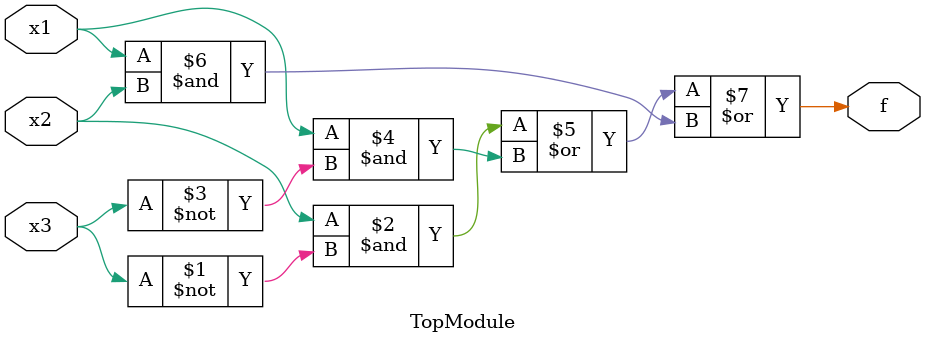
<source format=sv>

module TopModule (
  input x3,
  input x2,
  input x1,
  output f
);
        assign f = (x2 & ~x3) | (x1 & ~x3) | (x1 & x2);
endmodule
/*
Status: Error running testbench

Fail Messages:The testbench simulated, but had errors. Please fix the module. The output of iverilog is as follows:
VCD info: dumpfile wave.vcd opened for output.
./execute_environment/testbench.sv:34: $finish called at 290 (1ps)
Hint: Output 'f' has 4 mismatches. First mismatch occurred at time 30.
Hint: Total mismatched samples is 4 out of 58 samples

Simulation finished at 290 ps
Mismatches: 4 in 58 samples
*/

/*
Misinterpretation of Multimodal Data: TruthTable
*/
</source>
